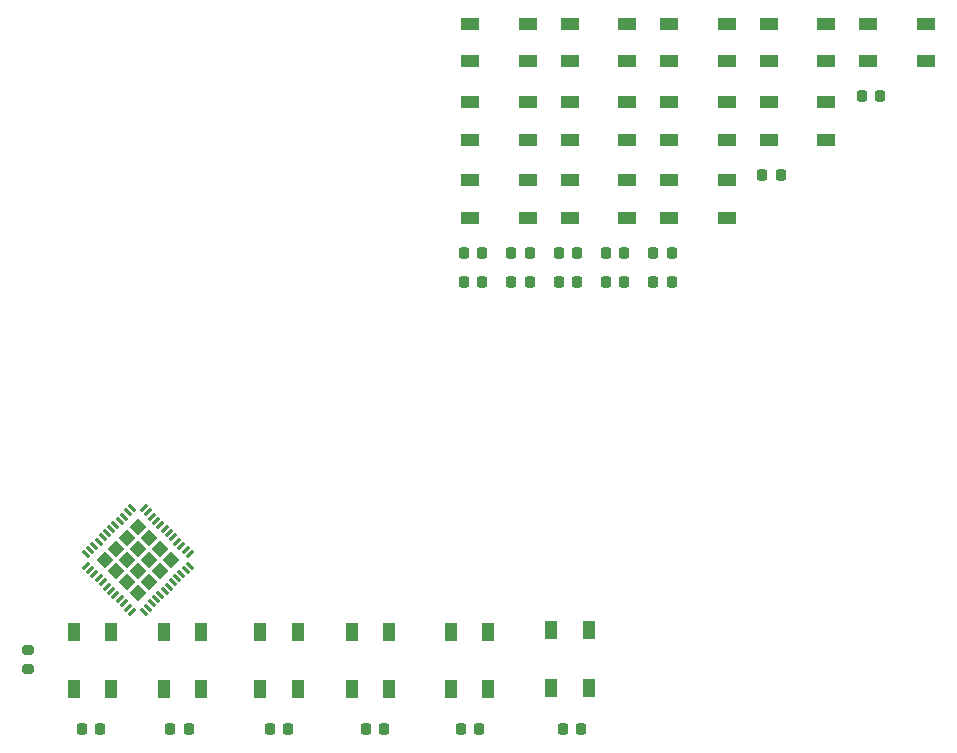
<source format=gbr>
%TF.GenerationSoftware,KiCad,Pcbnew,(6.0.0-0)*%
%TF.CreationDate,2022-01-27T15:42:08+01:00*%
%TF.ProjectId,GlowBand,476c6f77-4261-46e6-942e-6b696361645f,rev?*%
%TF.SameCoordinates,Original*%
%TF.FileFunction,Paste,Top*%
%TF.FilePolarity,Positive*%
%FSLAX46Y46*%
G04 Gerber Fmt 4.6, Leading zero omitted, Abs format (unit mm)*
G04 Created by KiCad (PCBNEW (6.0.0-0)) date 2022-01-27 15:42:08*
%MOMM*%
%LPD*%
G01*
G04 APERTURE LIST*
G04 Aperture macros list*
%AMRoundRect*
0 Rectangle with rounded corners*
0 $1 Rounding radius*
0 $2 $3 $4 $5 $6 $7 $8 $9 X,Y pos of 4 corners*
0 Add a 4 corners polygon primitive as box body*
4,1,4,$2,$3,$4,$5,$6,$7,$8,$9,$2,$3,0*
0 Add four circle primitives for the rounded corners*
1,1,$1+$1,$2,$3*
1,1,$1+$1,$4,$5*
1,1,$1+$1,$6,$7*
1,1,$1+$1,$8,$9*
0 Add four rect primitives between the rounded corners*
20,1,$1+$1,$2,$3,$4,$5,0*
20,1,$1+$1,$4,$5,$6,$7,0*
20,1,$1+$1,$6,$7,$8,$9,0*
20,1,$1+$1,$8,$9,$2,$3,0*%
G04 Aperture macros list end*
%ADD10RoundRect,0.225000X-0.225000X-0.250000X0.225000X-0.250000X0.225000X0.250000X-0.225000X0.250000X0*%
%ADD11R,1.500000X1.000000*%
%ADD12RoundRect,0.250000X0.000000X-0.403051X0.403051X0.000000X0.000000X0.403051X-0.403051X0.000000X0*%
%ADD13RoundRect,0.062500X-0.194454X-0.282843X0.282843X0.194454X0.194454X0.282843X-0.282843X-0.194454X0*%
%ADD14RoundRect,0.062500X0.194454X-0.282843X0.282843X-0.194454X-0.194454X0.282843X-0.282843X0.194454X0*%
%ADD15R,1.000000X1.500000*%
%ADD16RoundRect,0.200000X0.275000X-0.200000X0.275000X0.200000X-0.275000X0.200000X-0.275000X-0.200000X0*%
G04 APERTURE END LIST*
D10*
%TO.C,C8*%
X119167000Y-71120000D03*
X120717000Y-71120000D03*
%TD*%
D11*
%TO.C,D10*%
X136537000Y-55825000D03*
X136537000Y-59025000D03*
X141437000Y-59025000D03*
X141437000Y-55825000D03*
%TD*%
D10*
%TO.C,C14*%
X135207000Y-71120000D03*
X136757000Y-71120000D03*
%TD*%
D11*
%TO.C,D13*%
X136537000Y-49205000D03*
X136537000Y-52405000D03*
X141437000Y-52405000D03*
X141437000Y-49205000D03*
%TD*%
%TO.C,D18*%
X144957000Y-55825000D03*
X144957000Y-59025000D03*
X149857000Y-59025000D03*
X149857000Y-55825000D03*
%TD*%
D10*
%TO.C,C13*%
X131197000Y-71120000D03*
X132747000Y-71120000D03*
%TD*%
%TO.C,C18*%
X144427000Y-61990000D03*
X145977000Y-61990000D03*
%TD*%
%TO.C,C4*%
X110858000Y-108966000D03*
X112408000Y-108966000D03*
%TD*%
%TO.C,C12*%
X135207000Y-68610000D03*
X136757000Y-68610000D03*
%TD*%
%TO.C,C16*%
X127187000Y-68610000D03*
X128737000Y-68610000D03*
%TD*%
D11*
%TO.C,D16*%
X144957000Y-49205000D03*
X144957000Y-52405000D03*
X149857000Y-52405000D03*
X149857000Y-49205000D03*
%TD*%
%TO.C,D7*%
X119697000Y-62445000D03*
X119697000Y-65645000D03*
X124597000Y-65645000D03*
X124597000Y-62445000D03*
%TD*%
D12*
%TO.C,U1*%
X89700238Y-93681619D03*
X92500381Y-96481762D03*
X93433762Y-95548381D03*
X88766857Y-94615000D03*
X92500381Y-92748238D03*
X90633619Y-92748238D03*
X90633619Y-96481762D03*
X91567000Y-97415143D03*
X91567000Y-91814857D03*
X90633619Y-94615000D03*
X94367143Y-94615000D03*
X93433762Y-93681619D03*
X91567000Y-93681619D03*
X92500381Y-94615000D03*
X89700238Y-95548381D03*
X91567000Y-95548381D03*
D13*
X87182938Y-95109975D03*
X87536491Y-95463528D03*
X87890045Y-95817082D03*
X88243598Y-96170635D03*
X88597152Y-96524188D03*
X88950705Y-96877742D03*
X89304258Y-97231295D03*
X89657812Y-97584848D03*
X90011365Y-97938402D03*
X90364918Y-98291955D03*
X90718472Y-98645509D03*
X91072025Y-98999062D03*
D14*
X92061975Y-98999062D03*
X92415528Y-98645509D03*
X92769082Y-98291955D03*
X93122635Y-97938402D03*
X93476188Y-97584848D03*
X93829742Y-97231295D03*
X94183295Y-96877742D03*
X94536848Y-96524188D03*
X94890402Y-96170635D03*
X95243955Y-95817082D03*
X95597509Y-95463528D03*
X95951062Y-95109975D03*
D13*
X95951062Y-94120025D03*
X95597509Y-93766472D03*
X95243955Y-93412918D03*
X94890402Y-93059365D03*
X94536848Y-92705812D03*
X94183295Y-92352258D03*
X93829742Y-91998705D03*
X93476188Y-91645152D03*
X93122635Y-91291598D03*
X92769082Y-90938045D03*
X92415528Y-90584491D03*
X92061975Y-90230938D03*
D14*
X91072025Y-90230938D03*
X90718472Y-90584491D03*
X90364918Y-90938045D03*
X90011365Y-91291598D03*
X89657812Y-91645152D03*
X89304258Y-91998705D03*
X88950705Y-92352258D03*
X88597152Y-92705812D03*
X88243598Y-93059365D03*
X87890045Y-93412918D03*
X87536491Y-93766472D03*
X87182938Y-94120025D03*
%TD*%
D10*
%TO.C,C10*%
X131197000Y-68610000D03*
X132747000Y-68610000D03*
%TD*%
D11*
%TO.C,D9*%
X119697000Y-55825000D03*
X119697000Y-59025000D03*
X124597000Y-59025000D03*
X124597000Y-55825000D03*
%TD*%
D15*
%TO.C,D1*%
X86127000Y-105574000D03*
X89327000Y-105574000D03*
X89327000Y-100674000D03*
X86127000Y-100674000D03*
%TD*%
%TO.C,D2*%
X93747000Y-105574000D03*
X96947000Y-105574000D03*
X96947000Y-100674000D03*
X93747000Y-100674000D03*
%TD*%
D11*
%TO.C,D17*%
X128117000Y-49205000D03*
X128117000Y-52405000D03*
X133017000Y-52405000D03*
X133017000Y-49205000D03*
%TD*%
D15*
%TO.C,D5*%
X118034000Y-105574000D03*
X121234000Y-105574000D03*
X121234000Y-100674000D03*
X118034000Y-100674000D03*
%TD*%
D10*
%TO.C,C3*%
X102730000Y-108966000D03*
X104280000Y-108966000D03*
%TD*%
D11*
%TO.C,D11*%
X128117000Y-55825000D03*
X128117000Y-59025000D03*
X133017000Y-59025000D03*
X133017000Y-55825000D03*
%TD*%
D10*
%TO.C,C17*%
X127187000Y-71120000D03*
X128737000Y-71120000D03*
%TD*%
D11*
%TO.C,D8*%
X153377000Y-49205000D03*
X153377000Y-52405000D03*
X158277000Y-52405000D03*
X158277000Y-49205000D03*
%TD*%
D10*
%TO.C,C15*%
X123177000Y-68610000D03*
X124727000Y-68610000D03*
%TD*%
D16*
%TO.C,R1*%
X82296000Y-103885000D03*
X82296000Y-102235000D03*
%TD*%
D10*
%TO.C,C6*%
X127538000Y-108966000D03*
X129088000Y-108966000D03*
%TD*%
%TO.C,C2*%
X94318000Y-108966000D03*
X95868000Y-108966000D03*
%TD*%
D11*
%TO.C,D15*%
X119697000Y-49205000D03*
X119697000Y-52405000D03*
X124597000Y-52405000D03*
X124597000Y-49205000D03*
%TD*%
D15*
%TO.C,D3*%
X101905000Y-105574000D03*
X105105000Y-105574000D03*
X105105000Y-100674000D03*
X101905000Y-100674000D03*
%TD*%
D10*
%TO.C,C1*%
X86825000Y-108966000D03*
X88375000Y-108966000D03*
%TD*%
%TO.C,C9*%
X119167000Y-68610000D03*
X120717000Y-68610000D03*
%TD*%
%TO.C,C11*%
X152847000Y-55370000D03*
X154397000Y-55370000D03*
%TD*%
D11*
%TO.C,D14*%
X128117000Y-62445000D03*
X128117000Y-65645000D03*
X133017000Y-65645000D03*
X133017000Y-62445000D03*
%TD*%
D10*
%TO.C,C5*%
X118889000Y-108966000D03*
X120439000Y-108966000D03*
%TD*%
D15*
%TO.C,D6*%
X126543000Y-105447000D03*
X129743000Y-105447000D03*
X129743000Y-100547000D03*
X126543000Y-100547000D03*
%TD*%
D10*
%TO.C,C7*%
X123177000Y-71120000D03*
X124727000Y-71120000D03*
%TD*%
D11*
%TO.C,D12*%
X136537000Y-62445000D03*
X136537000Y-65645000D03*
X141437000Y-65645000D03*
X141437000Y-62445000D03*
%TD*%
D15*
%TO.C,D4*%
X109652000Y-105574000D03*
X112852000Y-105574000D03*
X112852000Y-100674000D03*
X109652000Y-100674000D03*
%TD*%
M02*

</source>
